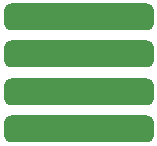
<source format=gbr>
%TF.GenerationSoftware,KiCad,Pcbnew,8.0.7-8.0.7-0~ubuntu24.04.1*%
%TF.CreationDate,2025-01-13T21:17:15-08:00*%
%TF.ProjectId,NX-ButtonInterface,4e582d42-7574-4746-9f6e-496e74657266,1*%
%TF.SameCoordinates,Original*%
%TF.FileFunction,Paste,Top*%
%TF.FilePolarity,Positive*%
%FSLAX46Y46*%
G04 Gerber Fmt 4.6, Leading zero omitted, Abs format (unit mm)*
G04 Created by KiCad (PCBNEW 8.0.7-8.0.7-0~ubuntu24.04.1) date 2025-01-13 21:17:15*
%MOMM*%
%LPD*%
G01*
G04 APERTURE LIST*
G04 Aperture macros list*
%AMRoundRect*
0 Rectangle with rounded corners*
0 $1 Rounding radius*
0 $2 $3 $4 $5 $6 $7 $8 $9 X,Y pos of 4 corners*
0 Add a 4 corners polygon primitive as box body*
4,1,4,$2,$3,$4,$5,$6,$7,$8,$9,$2,$3,0*
0 Add four circle primitives for the rounded corners*
1,1,$1+$1,$2,$3*
1,1,$1+$1,$4,$5*
1,1,$1+$1,$6,$7*
1,1,$1+$1,$8,$9*
0 Add four rect primitives between the rounded corners*
20,1,$1+$1,$2,$3,$4,$5,0*
20,1,$1+$1,$4,$5,$6,$7,0*
20,1,$1+$1,$6,$7,$8,$9,0*
20,1,$1+$1,$8,$9,$2,$3,0*%
G04 Aperture macros list end*
%ADD10RoundRect,0.571500X-5.778500X-0.571500X5.778500X-0.571500X5.778500X0.571500X-5.778500X0.571500X0*%
G04 APERTURE END LIST*
D10*
%TO.C,J2*%
X125463300Y-107988100D03*
X125463300Y-104813100D03*
X125463300Y-101638100D03*
X125463300Y-98463100D03*
%TD*%
M02*

</source>
